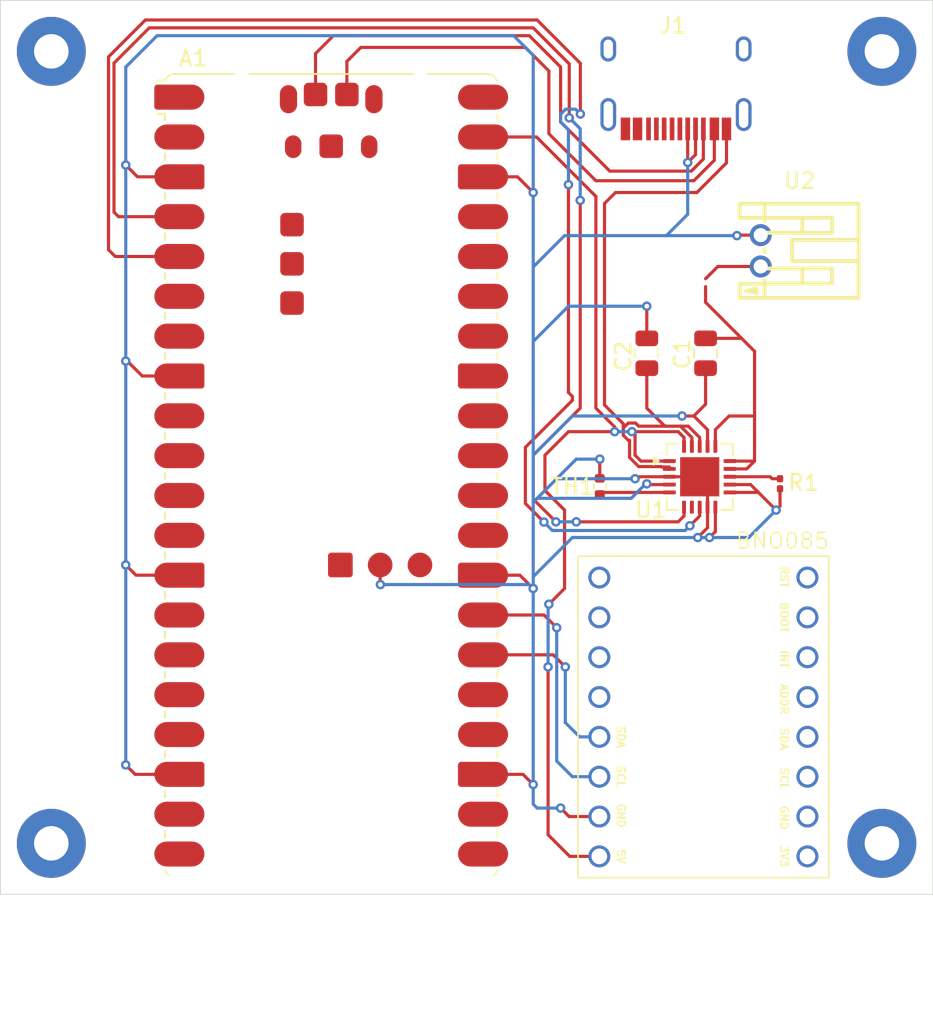
<source format=kicad_pcb>
(kicad_pcb (version 20241229) (generator "pcbnew") (generator_version "9.0")
  (layers (0 "F.Cu" signal) (2 "B.Cu" signal) (13 "F.Paste" user) (15 "B.Paste" user) (5 "F.SilkS" user "F.Silkscreen") (7 "B.SilkS" user "B.Silkscreen") (1 "F.Mask" user) (3 "B.Mask" user) (25 "Edge.Cuts" user))
  (net 0 "")
  (net 2 "Net-(A1-GPIO3)")
  (net 13 "Net-(A1-USB_DM)")
  (net 20 "Net-(A1-GPIO20)")
  (net 33 "Net-(A1-VSYS)")
  (net 37 "Net-(A1-USB_DP)")
  (net 38 "Net-(A1-GPIO2)")
  (net 40 "Net-(J1-VBUS)")
  (net 41 "Net-(U1-PROG1)")
  (net 42 "Net-(U1-THERM)")
  (net 44 "+5V")
  (net 53 "GND")
  (net 55 "Net-(A1-GPIO21)")
  (net 56 "Net-(U1-V_{BAT_SENSE})")
  (footprint "Project_Footprints:HRO-TYPE-C-31-M-12" (layer "F.Cu") (at 145.11 61.5 180)
    (property "Reference" "J1" (at 0.18 -1.1 0) (layer "F.SilkS"))
    (property "Value" "USB_C")
    (pad "" np_thru_hole circle (at -2.89 -6.25 180) (size 0.65 0.65) (drill 0.65) (layers "*.Cu" "*.Mask"))
    (pad "" np_thru_hole circle (at 2.89 -6.25 180) (size 0.65 0.65) (drill 0.65) (layers "*.Cu" "*.Mask"))
    (pad "1" smd rect (at -3.225 -7.695 180) (size 0.6 1.45) (layers "F.Cu" "F.Mask" "F.Paste") (net 40 "Net-(J1-VBUS)"))
    (pad "2" smd rect (at -2.45 -7.695 180) (size 0.6 1.45) (layers "F.Cu" "F.Mask" "F.Paste") (net 13 "Net-(A1-USB_DM)"))
    (pad "3" smd rect (at -1.75 -7.695 180) (size 0.3 1.45) (layers "F.Cu" "F.Mask" "F.Paste") (net 37 "Net-(A1-USB_DP)"))
    (pad "4" smd rect (at -1.25 -7.695 180) (size 0.3 1.45) (layers "F.Cu" "F.Mask" "F.Paste") (net 53 "GND"))
    (pad "5" smd rect (at -0.75 -7.695 180) (size 0.3 1.45) (layers "F.Cu" "F.Mask" "F.Paste") (net 53 "GND"))
    (pad "6" smd rect (at -0.25 -7.695 180) (size 0.3 1.45) (layers "F.Cu" "F.Mask" "F.Paste"))
    (pad "7" smd rect (at 0.25 -7.695 180) (size 0.3 1.45) (layers "F.Cu" "F.Mask" "F.Paste"))
    (pad "8" smd rect (at 0.75 -7.695 180) (size 0.3 1.45) (layers "F.Cu" "F.Mask" "F.Paste"))
    (pad "9" smd rect (at 1.25 -7.695 180) (size 0.3 1.45) (layers "F.Cu" "F.Mask" "F.Paste"))
    (pad "10" smd rect (at 1.75 -7.695 180) (size 0.3 1.45) (layers "F.Cu" "F.Mask" "F.Paste"))
    (pad "11" smd rect (at 2.45 -7.695 180) (size 0.6 1.45) (layers "F.Cu" "F.Mask" "F.Paste"))
    (pad "12" smd rect (at 3.225 -7.695 180) (size 0.6 1.45) (layers "F.Cu" "F.Mask" "F.Paste"))
    (pad "13" thru_hole oval (at -4.32 -6.78 180) (size 1 2.1) (drill oval 0.6 1.7) (layers "*.Cu" "B.Mask"))
    (pad "13" thru_hole oval (at -4.32 -2.6 180) (size 1 1.6) (drill oval 0.6 1.2) (layers "*.Cu" "B.Mask"))
    (pad "13" thru_hole oval (at 4.32 -6.78 180) (size 1 2.1) (drill oval 0.6 1.7) (layers "*.Cu" "B.Mask"))
    (pad "13" thru_hole oval (at 4.32 -2.6 180) (size 1 1.6) (drill oval 0.6 1.2) (layers "*.Cu" "B.Mask"))
  )
  (footprint "Resistor_SMD:R_0402_1005Metric" (layer "F.Cu") (at 140.25 91.99 -90)
    (property "Reference" "TH1" (at 0.01 1.75 180) (layer "F.SilkS"))
    (property "Value" "10kΩ")
    (pad "1" smd roundrect (at -0.51 0 270) (size 0.54 0.64) (layers "F.Cu" "F.Mask" "F.Paste") (net 53 "GND"))
    (pad "2" smd roundrect (at 0.51 0 270) (size 0.54 0.64) (layers "F.Cu" "F.Mask" "F.Paste") (net 42 "Net-(U1-THERM)"))
  )
  (footprint "Project_Footprints:BNO085 Halley" (layer "F.Cu") (at 153.5 97.8 -90)
    (property "Reference" "BNO085_Halley1")
    (property "Value" "~")
    (fp_text user "INT" (at 4.572 1.778 270) (layer "F.SilkS") (effects (font (size 0.5 0.5) (thickness 0.1)) (justify left bottom)))
    (fp_text user "5V" (at 17.272 12.192 270) (layer "F.SilkS") (effects (font (size 0.5 0.5) (thickness 0.1)) (justify left bottom)))
    (fp_text user "BNO085" (at -1.76 4.64 0) (layer "F.SilkS") (effects (font (thickness 0.1)) (justify left bottom)))
    (fp_text user "GND" (at 14.351 12.192 270) (layer "F.SilkS") (effects (font (size 0.5 0.5) (thickness 0.1)) (justify left bottom)))
    (fp_text user "ADDR" (at 6.731 1.778 270) (layer "F.SilkS") (effects (font (size 0.5 0.5) (thickness 0.1)) (justify left bottom)))
    (fp_text user "BOOT" (at 1.524 1.778 270) (layer "F.SilkS") (effects (font (size 0.5 0.5) (thickness 0.1)) (justify left bottom)))
    (fp_text user "SDA" (at 9.525 1.778 270) (layer "F.SilkS") (effects (font (size 0.5 0.5) (thickness 0.1)) (justify left bottom)))
    (fp_text user "SCL" (at 12.065 1.778 270) (layer "F.SilkS") (effects (font (size 0.5 0.5) (thickness 0.1)) (justify left bottom)))
    (fp_text user "SDA" (at 9.398 12.192 270) (layer "F.SilkS") (effects (font (size 0.5 0.5) (thickness 0.1)) (justify left bottom)))
    (fp_text user "SCL" (at 11.938 12.192 270) (layer "F.SilkS") (effects (font (size 0.5 0.5) (thickness 0.1)) (justify left bottom)))
    (fp_text user "RST" (at -0.762 1.778 270) (layer "F.SilkS") (effects (font (size 0.5 0.5) (thickness 0.1)) (justify left bottom)))
    (fp_text user "3V3" (at 17.018 1.778 270) (layer "F.SilkS") (effects (font (size 0.5 0.5) (thickness 0.1)) (justify left bottom)))
    (fp_text user "GND" (at 14.478 1.778 270) (layer "F.SilkS") (effects (font (size 0.5 0.5) (thickness 0.1)) (justify left bottom)))
    (pad "1" thru_hole circle (at 0 0 270) (size 1.4 1.4) (drill 1) (layers "*.Cu" "*.Mask"))
    (pad "2" thru_hole circle (at 2.54 0 270) (size 1.4 1.4) (drill 1) (layers "*.Cu" "*.Mask"))
    (pad "3" thru_hole circle (at 5.08 0 270) (size 1.4 1.4) (drill 1) (layers "*.Cu" "*.Mask"))
    (pad "4" thru_hole circle (at 7.62 0 270) (size 1.4 1.4) (drill 1) (layers "*.Cu" "*.Mask"))
    (pad "5" thru_hole circle (at 10.16 0 270) (size 1.4 1.4) (drill 1) (layers "*.Cu" "*.Mask"))
    (pad "6" thru_hole circle (at 12.7 0 270) (size 1.4 1.4) (drill 1) (layers "*.Cu" "*.Mask"))
    (pad "7" thru_hole circle (at 15.24 0 270) (size 1.4 1.4) (drill 1) (layers "*.Cu" "*.Mask"))
    (pad "8" thru_hole circle (at 17.78 0 270) (size 1.4 1.4) (drill 1) (layers "*.Cu" "*.Mask"))
    (pad "9" thru_hole circle (at 0 13.28 270) (size 1.4 1.4) (drill 1) (layers "*.Cu" "*.Mask"))
    (pad "10" thru_hole circle (at 2.54 13.28 270) (size 1.4 1.4) (drill 1) (layers "*.Cu" "*.Mask"))
    (pad "11" thru_hole circle (at 5.08 13.28 270) (size 1.4 1.4) (drill 1) (layers "*.Cu" "*.Mask"))
    (pad "12" thru_hole circle (at 7.62 13.28 270) (size 1.4 1.4) (drill 1) (layers "*.Cu" "*.Mask"))
    (pad "13" thru_hole circle (at 10.16 13.28 270) (size 1.4 1.4) (drill 1) (layers "*.Cu" "*.Mask") (net 20 "Net-(A1-GPIO20)"))
    (pad "14" thru_hole circle (at 12.7 13.28 270) (size 1.4 1.4) (drill 1) (layers "*.Cu" "*.Mask") (net 55 "Net-(A1-GPIO21)"))
    (pad "15" thru_hole circle (at 15.24 13.28 270) (size 1.4 1.4) (drill 1) (layers "*.Cu" "*.Mask") (net 53 "GND"))
    (pad "16" thru_hole circle (at 17.78 13.28 270) (size 1.4 1.4) (drill 1) (layers "*.Cu" "*.Mask") (net 33 "Net-(A1-VSYS)"))
  )
  (footprint "Resistor_SMD:R_0201_0603Metric" (layer "F.Cu") (at 151.75 91.82 90)
    (property "Reference" "R1" (at 0.07 1.5 180) (layer "F.SilkS"))
    (property "Value" "2K")
    (pad "1" smd roundrect (at -0.32 0 90) (size 0.46 0.4) (layers "F.Cu" "F.Mask") (net 53 "GND"))
    (pad "2" smd roundrect (at 0.32 0 90) (size 0.46 0.4) (layers "F.Cu" "F.Mask") (net 41 "Net-(U1-PROG1)"))
  )
  (footprint "Capacitor_SMD:C_0805_2012Metric" (layer "F.Cu") (at 147 83.5 -90)
    (property "Reference" "C1" (at 0.05 1.5 90) (layer "F.SilkS"))
    (property "Value" "4.7uF")
    (pad "1" smd roundrect (at -0.95 0 270) (size 1 1.45) (layers "F.Cu" "F.Mask" "F.Paste") (net 44 "+5V"))
    (pad "2" smd roundrect (at 0.95 0 270) (size 1 1.45) (layers "F.Cu" "F.Mask" "F.Paste") (net 53 "GND"))
  )
  (footprint "MountingHole:MountingHole_2.2mm_M2_Pad_TopBottom" (layer "F.Cu") (at 158.25 64.25)
    (property "Reference" "REF**" (hide yes))
    (property "Value" "MountingHole_2.2mm_M2_Pad_TopBottom" (hide yes))
    (pad "1" thru_hole circle (at 0 0) (size 2.6 2.6) (drill 2.2) (layers "*.Cu" "*.Mask"))
    (pad "1" connect circle (at 0 0) (size 4.4 4.4) (layers "F.Cu" "F.Mask"))
    (pad "1" connect circle (at 0 0) (size 4.4 4.4) (layers "B.Cu" "B.Mask"))
  )
  (footprint "MountingHole:MountingHole_2.2mm_M2_Pad_TopBottom" (layer "F.Cu") (at 105.25 64.25)
    (property "Reference" "REF**" (hide yes))
    (property "Value" "MountingHole_2.2mm_M2_Pad_TopBottom" (hide yes))
    (pad "1" thru_hole circle (at 0 0) (size 2.6 2.6) (drill 2.2) (layers "*.Cu" "*.Mask"))
    (pad "1" connect circle (at 0 0) (size 4.4 4.4) (layers "F.Cu" "F.Mask"))
    (pad "1" connect circle (at 0 0) (size 4.4 4.4) (layers "B.Cu" "B.Mask"))
  )
  (footprint "Capacitor_SMD:C_0805_2012Metric" (layer "F.Cu") (at 143.25 83.5 -90)
    (property "Reference" "C2" (at 0.2 1.5 270) (layer "F.SilkS"))
    (property "Value" "10uF")
    (pad "1" smd roundrect (at -0.95 0 270) (size 1 1.45) (layers "F.Cu" "F.Mask" "F.Paste") (net 53 "GND"))
    (pad "2" smd roundrect (at 0.95 0 270) (size 1 1.45) (layers "F.Cu" "F.Mask" "F.Paste") (net 40 "Net-(J1-VBUS)"))
  )
  (footprint "MountingHole:MountingHole_2.2mm_M2_Pad_TopBottom" (layer "F.Cu") (at 105.25 114.75)
    (property "Reference" "REF**" (hide yes))
    (property "Value" "MountingHole_2.2mm_M2_Pad_TopBottom" (hide yes))
    (pad "1" thru_hole circle (at 0 0) (size 2.6 2.6) (drill 2.2) (layers "*.Cu" "*.Mask"))
    (pad "1" connect circle (at 0 0) (size 4.4 4.4) (layers "F.Cu" "F.Mask"))
    (pad "1" connect circle (at 0 0) (size 4.4 4.4) (layers "B.Cu" "B.Mask"))
  )
  (footprint "Package_DFN_QFN:QFN-20-1EP_4x4mm_P0.5mm_EP2.5x2.5mm" (layer "F.Cu") (at 146.625 91.375)
    (property "Reference" "U1" (at -3.125 2.125 0) (layer "F.SilkS"))
    (property "Value" "MCP73871")
    (pad "1" smd roundrect (at -1.9375 -1) (size 0.825 0.25) (layers "F.Cu" "F.Mask" "F.Paste") (net 33 "Net-(A1-VSYS)"))
    (pad "2" smd roundrect (at -1.9375 -0.5) (size 0.825 0.25) (layers "F.Cu" "F.Mask" "F.Paste") (net 40 "Net-(J1-VBUS)"))
    (pad "3" smd roundrect (at -1.9375 0) (size 0.825 0.25) (layers "F.Cu" "F.Mask" "F.Paste") (net 53 "GND"))
    (pad "4" smd roundrect (at -1.9375 0.5) (size 0.825 0.25) (layers "F.Cu" "F.Mask" "F.Paste") (net 53 "GND"))
    (pad "5" smd roundrect (at -1.9375 1) (size 0.825 0.25) (layers "F.Cu" "F.Mask" "F.Paste") (net 42 "Net-(U1-THERM)"))
    (pad "6" smd roundrect (at -1 1.9375) (size 0.25 0.825) (layers "F.Cu" "F.Mask" "F.Paste") (net 38 "Net-(A1-GPIO2)"))
    (pad "7" smd roundrect (at -0.5 1.9375) (size 0.25 0.825) (layers "F.Cu" "F.Mask" "F.Paste"))
    (pad "8" smd roundrect (at 0 1.9375) (size 0.25 0.825) (layers "F.Cu" "F.Mask" "F.Paste") (net 2 "Net-(A1-GPIO3)"))
    (pad "9" smd roundrect (at 0.5 1.9375) (size 0.25 0.825) (layers "F.Cu" "F.Mask" "F.Paste") (net 53 "GND"))
    (pad "10" smd roundrect (at 1 1.9375) (size 0.25 0.825) (layers "F.Cu" "F.Mask" "F.Paste") (net 53 "GND"))
    (pad "11" smd roundrect (at 1.9375 1) (size 0.825 0.25) (layers "F.Cu" "F.Mask" "F.Paste") (net 53 "GND"))
    (pad "12" smd roundrect (at 1.9375 0.5) (size 0.825 0.25) (layers "F.Cu" "F.Mask" "F.Paste") (net 53 "GND"))
    (pad "13" smd roundrect (at 1.9375 0) (size 0.825 0.25) (layers "F.Cu" "F.Mask" "F.Paste") (net 41 "Net-(U1-PROG1)"))
    (pad "14" smd roundrect (at 1.9375 -0.5) (size 0.825 0.25) (layers "F.Cu" "F.Mask" "F.Paste") (net 44 "+5V"))
    (pad "15" smd roundrect (at 1.9375 -1) (size 0.825 0.25) (layers "F.Cu" "F.Mask" "F.Paste") (net 44 "+5V"))
    (pad "16" smd roundrect (at 1 -1.9375) (size 0.25 0.825) (layers "F.Cu" "F.Mask" "F.Paste") (net 44 "+5V"))
    (pad "17" smd roundrect (at 0.5 -1.9375) (size 0.25 0.825) (layers "F.Cu" "F.Mask" "F.Paste") (net 53 "GND"))
    (pad "18" smd roundrect (at 0 -1.9375) (size 0.25 0.825) (layers "F.Cu" "F.Mask" "F.Paste") (net 40 "Net-(J1-VBUS)"))
    (pad "19" smd roundrect (at -0.5 -1.9375) (size 0.25 0.825) (layers "F.Cu" "F.Mask" "F.Paste") (net 40 "Net-(J1-VBUS)"))
    (pad "20" smd roundrect (at -1 -1.9375) (size 0.25 0.825) (layers "F.Cu" "F.Mask" "F.Paste") (net 33 "Net-(A1-VSYS)"))
    (pad "21" smd rect (at 0 0) (size 2.5 2.5) (property pad_prop_heatsink) (layers "F.Cu" "F.Mask") (net 53 "GND"))
  )
  (footprint "PCM_JLCPCB_Connectors:CONN-TH_S2B-PH-K-S-GW" (layer "F.Cu") (at 150.5175 76.9675 -90)
    (property "Reference" "U2" (at -4.4675 -2.4825 180) (layer "F.SilkS"))
    (property "Value" "S2B-PH-K-S-GW")
    (pad "1" thru_hole circle (at 1 0 270) (size 1.4 1.4) (drill 0.900024) (layers "*.Cu" "*.Mask") (net 56 "Net-(U1-V_{BAT_SENSE})"))
    (pad "2" thru_hole circle (at -1 0 270) (size 1.4 1.4) (drill 0.900024) (layers "*.Cu" "*.Mask") (net 53 "GND"))
  )
  (footprint "MountingHole:MountingHole_2.2mm_M2_Pad_TopBottom" (layer "F.Cu") (at 158.25 114.75)
    (property "Reference" "REF**" (hide yes))
    (property "Value" "MountingHole_2.2mm_M2_Pad_TopBottom" (hide yes))
    (pad "1" thru_hole circle (at 0 0) (size 2.6 2.6) (drill 2.2) (layers "*.Cu" "*.Mask"))
    (pad "1" connect circle (at 0 0) (size 4.4 4.4) (layers "F.Cu" "F.Mask"))
    (pad "1" connect circle (at 0 0) (size 4.4 4.4) (layers "B.Cu" "B.Mask"))
  )
  (footprint "Module:RaspberryPi_Pico_W_SMD" (layer "F.Cu") (at 123.11 91.3)
    (property "Reference" "A1" (at -9.81 -26.61 0) (layer "F.SilkS") (effects (justify left)))
    (property "Value" "RaspberryPi_Pico_W")
    (pad "" smd rect (at -8.89 -24.13) (size 3.8 2.2) (drill (offset -0.8 0)) (layers "F.Paste"))
    (pad "" smd rect (at -8.89 -21.59) (size 3.8 2.2) (drill (offset -0.8 0)) (layers "F.Paste"))
    (pad "" smd rect (at -8.89 -19.05) (size 3.8 2.2) (drill (offset -0.8 0)) (layers "F.Paste"))
    (pad "" smd rect (at -8.89 -16.51) (size 3.8 2.2) (drill (offset -0.8 0)) (layers "F.Paste"))
    (pad "" smd rect (at -8.89 -13.97) (size 3.8 2.2) (drill (offset -0.8 0)) (layers "F.Paste"))
    (pad "" smd rect (at -8.89 -11.43) (size 3.8 2.2) (drill (offset -0.8 0)) (layers "F.Paste"))
    (pad "" smd rect (at -8.89 -8.89) (size 3.8 2.2) (drill (offset -0.8 0)) (layers "F.Paste"))
    (pad "" smd rect (at -8.89 -6.35) (size 3.8 2.2) (drill (offset -0.8 0)) (layers "F.Paste"))
    (pad "" smd rect (at -8.89 -3.81) (size 3.8 2.2) (drill (offset -0.8 0)) (layers "F.Paste"))
    (pad "" smd rect (at -8.89 -1.27) (size 3.8 2.2) (drill (offset -0.8 0)) (layers "F.Paste"))
    (pad "" smd rect (at -8.89 1.27) (size 3.8 2.2) (drill (offset -0.8 0)) (layers "F.Paste"))
    (pad "" smd rect (at -8.89 3.81) (size 3.8 2.2) (drill (offset -0.8 0)) (layers "F.Paste"))
    (pad "" smd rect (at -8.89 6.35) (size 3.8 2.2) (drill (offset -0.8 0)) (layers "F.Paste"))
    (pad "" smd rect (at -8.89 8.89) (size 3.8 2.2) (drill (offset -0.8 0)) (layers "F.Paste"))
    (pad "" smd rect (at -8.89 11.43) (size 3.8 2.2) (drill (offset -0.8 0)) (layers "F.Paste"))
    (pad "" smd rect (at -8.89 13.97) (size 3.8 2.2) (drill (offset -0.8 0)) (layers "F.Paste"))
    (pad "" smd rect (at -8.89 16.51) (size 3.8 2.2) (drill (offset -0.8 0)) (layers "F.Paste"))
    (pad "" smd rect (at -8.89 19.05) (size 3.8 2.2) (drill (offset -0.8 0)) (layers "F.Paste"))
    (pad "" smd rect (at -8.89 21.59) (size 3.8 2.2) (drill (offset -0.8 0)) (layers "F.Paste"))
    (pad "" smd rect (at -8.89 24.13) (size 3.8 2.2) (drill (offset -0.8 0)) (layers "F.Paste"))
    (pad "" smd oval (at -2.725 -24) (size 1.1 1.8) (layers "F.Cu" "F.Mask" "F.Paste"))
    (pad "" smd oval (at -2.425 -20.97) (size 1.05 1.45) (layers "F.Cu" "F.Mask" "F.Paste"))
    (pad "" smd oval (at 2.425 -20.97) (size 1.05 1.45) (layers "F.Cu" "F.Mask" "F.Paste"))
    (pad "" smd oval (at 2.725 -24) (size 1.1 1.8) (layers "F.Cu" "F.Mask" "F.Paste"))
    (pad "" smd rect (at 8.89 -24.13) (size 3.8 2.2) (drill (offset 0.8 0)) (layers "F.Paste"))
    (pad "" smd rect (at 8.89 -21.59) (size 3.8 2.2) (drill (offset 0.8 0)) (layers "F.Paste"))
    (pad "" smd rect (at 8.89 -19.05) (size 3.8 2.2) (drill (offset 0.8 0)) (layers "F.Paste"))
    (pad "" smd rect (at 8.89 -16.51) (size 3.8 2.2) (drill (offset 0.8 0)) (layers "F.Paste"))
    (pad "" smd rect (at 8.89 -13.97) (size 3.8 2.2) (drill (offset 0.8 0)) (layers "F.Paste"))
    (pad "" smd rect (at 8.89 -11.43) (size 3.8 2.2) (drill (offset 0.8 0)) (layers "F.Paste"))
    (pad "" smd rect (at 8.89 -8.89) (size 3.8 2.2) (drill (offset 0.8 0)) (layers "F.Paste"))
    (pad "" smd rect (at 8.89 -6.35) (size 3.8 2.2) (drill (offset 0.8 0)) (layers "F.Paste"))
    (pad "" smd rect (at 8.89 -3.81) (size 3.8 2.2) (drill (offset 0.8 0)) (layers "F.Paste"))
    (pad "" smd rect (at 8.89 -1.27) (size 3.8 2.2) (drill (offset 0.8 0)) (layers "F.Paste"))
    (pad "" smd rect (at 8.89 1.27) (size 3.8 2.2) (drill (offset 0.8 0)) (layers "F.Paste"))
    (pad "" smd rect (at 8.89 3.81) (size 3.8 2.2) (drill (offset 0.8 0)) (layers "F.Paste"))
    (pad "" smd rect (at 8.89 6.35) (size 3.8 2.2) (drill (offset 0.8 0)) (layers "F.Paste"))
    (pad "" smd rect (at 8.89 8.89) (size 3.8 2.2) (drill (offset 0.8 0)) (layers "F.Paste"))
    (pad "" smd rect (at 8.89 11.43) (size 3.8 2.2) (drill (offset 0.8 0)) (layers "F.Paste"))
    (pad "" smd rect (at 8.89 13.97) (size 3.8 2.2) (drill (offset 0.8 0)) (layers "F.Paste"))
    (pad "" smd rect (at 8.89 16.51) (size 3.8 2.2) (drill (offset 0.8 0)) (layers "F.Paste"))
    (pad "" smd rect (at 8.89 19.05) (size 3.8 2.2) (drill (offset 0.8 0)) (layers "F.Paste"))
    (pad "" smd rect (at 8.89 21.59) (size 3.8 2.2) (drill (offset 0.8 0)) (layers "F.Paste"))
    (pad "" smd rect (at 8.89 24.13) (size 3.8 2.2) (drill (offset 0.8 0)) (layers "F.Paste"))
    (pad "1" smd custom (at -9.69 -24.13) (size 1.6 0.8) (layers "F.Cu" "F.Mask") (options (clearance outline) (anchor rect)) (primitives (gr_circle (center 0.8 0) (end 1.6 0) (width 0) (fill yes)) (gr_poly (pts (xy -1.6 -0.6) (xy -1.6 0.6) (xy -1.4 0.8) (xy 0.8 0.8) (xy 0.8 -0.8) (xy -1.4 -0.8)) (width 0) (fill yes)) (gr_circle (center -1.4 -0.6) (end -1.2 -0.6) (width 0) (fill yes)) (gr_circle (center -1.4 0.6) (end -1.2 0.6) (width 0) (fill yes))))
    (pad "2" smd roundrect (at -9.69 -21.59) (size 3.2 1.6) (layers "F.Cu" "F.Mask") (roundrect_rratio 0.5))
    (pad "3" smd custom (at -9.69 -19.05) (size 1.6 0.8) (layers "F.Cu" "F.Mask") (net 53 "GND") (options (clearance outline) (anchor rect)) (primitives (gr_circle (center -0.8 0) (end 0 0) (width 0) (fill yes)) (gr_poly (pts (xy 1.6 -0.6) (xy 1.6 0.6) (xy 1.4 0.8) (xy -0.8 0.8) (xy -0.8 -0.8) (xy 1.4 -0.8)) (width 0) (fill yes)) (gr_circle (center 1.4 -0.6) (end 1.6 -0.6) (width 0) (fill yes)) (gr_circle (center 1.4 0.6) (end 1.6 0.6) (width 0) (fill yes))))
    (pad "4" smd roundrect (at -9.69 -16.51) (size 3.2 1.6) (layers "F.Cu" "F.Mask") (roundrect_rratio 0.5) (net 38 "Net-(A1-GPIO2)"))
    (pad "5" smd roundrect (at -9.69 -13.97) (size 3.2 1.6) (layers "F.Cu" "F.Mask") (roundrect_rratio 0.5) (net 2 "Net-(A1-GPIO3)"))
    (pad "6" smd roundrect (at -9.69 -11.43) (size 3.2 1.6) (layers "F.Cu" "F.Mask") (roundrect_rratio 0.5))
    (pad "7" smd roundrect (at -9.69 -8.89) (size 3.2 1.6) (layers "F.Cu" "F.Mask") (roundrect_rratio 0.5))
    (pad "8" smd custom (at -9.69 -6.35) (size 1.6 0.8) (layers "F.Cu" "F.Mask") (net 53 "GND") (options (clearance outline) (anchor rect)) (primitives (gr_circle (center -0.8 0) (end 0 0) (width 0) (fill yes)) (gr_poly (pts (xy 1.6 -0.6) (xy 1.6 0.6) (xy 1.4 0.8) (xy -0.8 0.8) (xy -0.8 -0.8) (xy 1.4 -0.8)) (width 0) (fill yes)) (gr_circle (center 1.4 -0.6) (end 1.6 -0.6) (width 0) (fill yes)) (gr_circle (center 1.4 0.6) (end 1.6 0.6) (width 0) (fill yes))))
    (pad "9" smd roundrect (at -9.69 -3.81) (size 3.2 1.6) (layers "F.Cu" "F.Mask") (roundrect_rratio 0.5))
    (pad "10" smd roundrect (at -9.69 -1.27) (size 3.2 1.6) (layers "F.Cu" "F.Mask") (roundrect_rratio 0.5))
    (pad "11" smd roundrect (at -9.69 1.27) (size 3.2 1.6) (layers "F.Cu" "F.Mask") (roundrect_rratio 0.5))
    (pad "12" smd roundrect (at -9.69 3.81) (size 3.2 1.6) (layers "F.Cu" "F.Mask") (roundrect_rratio 0.5))
    (pad "13" smd custom (at -9.69 6.35) (size 1.6 0.8) (layers "F.Cu" "F.Mask") (net 53 "GND") (options (clearance outline) (anchor rect)) (primitives (gr_circle (center -0.8 0) (end 0 0) (width 0) (fill yes)) (gr_poly (pts (xy 1.6 -0.6) (xy 1.6 0.6) (xy 1.4 0.8) (xy -0.8 0.8) (xy -0.8 -0.8) (xy 1.4 -0.8)) (width 0) (fill yes)) (gr_circle (center 1.4 -0.6) (end 1.6 -0.6) (width 0) (fill yes)) (gr_circle (center 1.4 0.6) (end 1.6 0.6) (width 0) (fill yes))))
    (pad "14" smd roundrect (at -9.69 8.89) (size 3.2 1.6) (layers "F.Cu" "F.Mask") (roundrect_rratio 0.5))
    (pad "15" smd roundrect (at -9.69 11.43) (size 3.2 1.6) (layers "F.Cu" "F.Mask") (roundrect_rratio 0.5))
    (pad "16" smd roundrect (at -9.69 13.97) (size 3.2 1.6) (layers "F.Cu" "F.Mask") (roundrect_rratio 0.5))
    (pad "17" smd roundrect (at -9.69 16.51) (size 3.2 1.6) (layers "F.Cu" "F.Mask") (roundrect_rratio 0.5))
    (pad "18" smd custom (at -9.69 19.05) (size 1.6 0.8) (layers "F.Cu" "F.Mask") (net 53 "GND") (options (clearance outline) (anchor rect)) (primitives (gr_circle (center -0.8 0) (end 0 0) (width 0) (fill yes)) (gr_poly (pts (xy 1.6 -0.6) (xy 1.6 0.6) (xy 1.4 0.8) (xy -0.8 0.8) (xy -0.8 -0.8) (xy 1.4 -0.8)) (width 0) (fill yes)) (gr_circle (center 1.4 -0.6) (end 1.6 -0.6) (width 0) (fill yes)) (gr_circle (center 1.4 0.6) (end 1.6 0.6) (width 0) (fill yes))))
    (pad "19" smd roundrect (at -9.69 21.59) (size 3.2 1.6) (layers "F.Cu" "F.Mask") (roundrect_rratio 0.5))
    (pad "20" smd roundrect (at -9.69 24.13) (size 3.2 1.6) (layers "F.Cu" "F.Mask") (roundrect_rratio 0.5))
    (pad "21" smd roundrect (at 9.69 24.13) (size 3.2 1.6) (layers "F.Cu" "F.Mask") (roundrect_rratio 0.5))
    (pad "22" smd roundrect (at 9.69 21.59) (size 3.2 1.6) (layers "F.Cu" "F.Mask") (roundrect_rratio 0.5))
    (pad "23" smd custom (at 9.69 19.05) (size 1.6 0.8) (layers "F.Cu" "F.Mask") (net 53 "GND") (options (clearance outline) (anchor rect)) (primitives (gr_circle (center 0.8 0) (end 1.6 0) (width 0) (fill yes)) (gr_poly (pts (xy -1.6 -0.6) (xy -1.6 0.6) (xy -1.4 0.8) (xy 0.8 0.8) (xy 0.8 -0.8) (xy -1.4 -0.8)) (width 0) (fill yes)) (gr_circle (center -1.4 -0.6) (end -1.2 -0.6) (width 0) (fill yes)) (gr_circle (center -1.4 0.6) (end -1.2 0.6) (width 0) (fill yes))))
    (pad "24" smd roundrect (at 9.69 16.51) (size 3.2 1.6) (layers "F.Cu" "F.Mask") (roundrect_rratio 0.5))
    (pad "25" smd roundrect (at 9.69 13.97) (size 3.2 1.6) (layers "F.Cu" "F.Mask") (roundrect_rratio 0.5))
    (pad "26" smd roundrect (at 9.69 11.43) (size 3.2 1.6) (layers "F.Cu" "F.Mask") (roundrect_rratio 0.5) (net 20 "Net-(A1-GPIO20)") (padstack (mode front_inner_back) (layer "Inner" (shape roundrect) (size 3.2 1.6) (roundrect_rratio 0.5)) (layer "B.Cu" (shape roundrect) (size 3.2 1.6) (roundrect_rratio 0.5))))
    (pad "27" smd roundrect (at 9.69 8.89) (size 3.2 1.6) (layers "F.Cu" "F.Mask") (roundrect_rratio 0.5) (net 55 "Net-(A1-GPIO21)"))
    (pad "28" smd custom (at 9.69 6.35) (size 1.6 0.8) (layers "F.Cu" "F.Mask") (net 53 "GND") (options (clearance outline) (anchor rect)) (primitives (gr_circle (center 0.8 0) (end 1.6 0) (width 0) (fill yes)) (gr_poly (pts (xy -1.6 -0.6) (xy -1.6 0.6) (xy -1.4 0.8) (xy 0.8 0.8) (xy 0.8 -0.8) (xy -1.4 -0.8)) (width 0) (fill yes)) (gr_circle (center -1.4 -0.6) (end -1.2 -0.6) (width 0) (fill yes)) (gr_circle (center -1.4 0.6) (end -1.2 0.6) (width 0) (fill yes))))
    (pad "29" smd roundrect (at 9.69 3.81) (size 3.2 1.6) (layers "F.Cu" "F.Mask") (roundrect_rratio 0.5))
    (pad "30" smd roundrect (at 9.69 1.27) (size 3.2 1.6) (layers "F.Cu" "F.Mask") (roundrect_rratio 0.5))
    (pad "31" smd roundrect (at 9.69 -1.27) (size 3.2 1.6) (layers "F.Cu" "F.Mask") (roundrect_rratio 0.5))
    (pad "32" smd roundrect (at 9.69 -3.81) (size 3.2 1.6) (layers "F.Cu" "F.Mask") (roundrect_rratio 0.5))
    (pad "33" smd custom (at 9.69 -6.35) (size 1.6 0.8) (layers "F.Cu" "F.Mask") (options (clearance outline) (anchor rect)) (primitives (gr_circle (center 0.8 0) (end 1.6 0) (width 0) (fill yes)) (gr_poly (pts (xy -1.6 -0.6) (xy -1.6 0.6) (xy -1.4 0.8) (xy 0.8 0.8) (xy 0.8 -0.8) (xy -1.4 -0.8)) (width 0) (fill yes)) (gr_circle (center -1.4 -0.6) (end -1.2 -0.6) (width 0) (fill yes)) (gr_circle (center -1.4 0.6) (end -1.2 0.6) (width 0) (fill yes))))
    (pad "34" smd roundrect (at 9.69 -8.89) (size 3.2 1.6) (layers "F.Cu" "F.Mask") (roundrect_rratio 0.5))
    (pad "35" smd roundrect (at 9.69 -11.43) (size 3.2 1.6) (layers "F.Cu" "F.Mask") (roundrect_rratio 0.5))
    (pad "36" smd roundrect (at 9.69 -13.97) (size 3.2 1.6) (layers "F.Cu" "F.Mask") (roundrect_rratio 0.5))
    (pad "37" smd roundrect (at 9.69 -16.51) (size 3.2 1.6) (layers "F.Cu" "F.Mask") (roundrect_rratio 0.5))
    (pad "38" smd custom (at 9.69 -19.05) (size 1.6 0.8) (layers "F.Cu" "F.Mask") (net 53 "GND") (options (clearance outline) (anchor rect)) (primitives (gr_circle (center 0.8 0) (end 1.6 0) (width 0) (fill yes)) (gr_poly (pts (xy -1.6 -0.6) (xy -1.6 0.6) (xy -1.4 0.8) (xy 0.8 0.8) (xy 0.8 -0.8) (xy -1.4 -0.8)) (width 0) (fill yes)) (gr_circle (center -1.4 -0.6) (end -1.2 -0.6) (width 0) (fill yes)) (gr_circle (center -1.4 0.6) (end -1.2 0.6) (width 0) (fill yes))))
    (pad "39" smd roundrect (at 9.69 -21.59) (size 3.2 1.6) (layers "F.Cu" "F.Mask") (roundrect_rratio 0.5) (net 33 "Net-(A1-VSYS)"))
    (pad "40" smd roundrect (at 9.69 -24.13) (size 3.2 1.6) (layers "F.Cu" "F.Mask") (roundrect_rratio 0.5))
    (pad "D1" smd roundrect (at 0.5841 5.7) (size 1.5748 1.5748) (layers "F.Cu" "F.Mask" "F.Paste") (roundrect_rratio 0.127000254))
    (pad "D2" smd circle (at 3.1241 5.7) (size 1.5748 1.5748) (layers "F.Cu" "F.Mask" "F.Paste") (net 53 "GND"))
    (pad "D3" smd circle (at 5.6641 5.7) (size 1.5748 1.5748) (layers "F.Cu" "F.Mask" "F.Paste"))
    (pad "TP1" smd roundrect (at 0 -21) (size 1.5 1.5) (layers "F.Cu" "F.Mask" "F.Paste") (roundrect_rratio 0.2))
    (pad "TP2" smd roundrect (at 1 -24.3) (size 1.5 1.5) (layers "F.Cu" "F.Mask" "F.Paste") (roundrect_rratio 0.2) (net 13 "Net-(A1-USB_DM)"))
    (pad "TP3" smd roundrect (at -1 -24.3) (size 1.5 1.5) (layers "F.Cu" "F.Mask" "F.Paste") (roundrect_rratio 0.2) (net 37 "Net-(A1-USB_DP)"))
    (pad "TP4" smd roundrect (at -2.5 -16) (size 1.5 1.5) (layers "F.Cu" "F.Mask" "F.Paste") (roundrect_rratio 0.2))
    (pad "TP5" smd roundrect (at -2.5 -13.5) (size 1.5 1.5) (layers "F.Cu" "F.Mask" "F.Paste") (roundrect_rratio 0.2))
    (pad "TP6" smd roundrect (at -2.5 -11) (size 1.5 1.5) (layers "F.Cu" "F.Mask" "F.Paste") (roundrect_rratio 0.2))
  )
  (gr_rect (start 102 61) (end 161.5 118) (stroke (width 0.05)) (fill no) (layer "Edge.Cuts"))
  (segment (start 109.33 77.33) (end 113.42 77.33) (width 0.2) (layer "F.Cu") (net 2))
  (segment (start 108.899 64.601) (end 108.899 76.899) (width 0.2) (layer "F.Cu") (net 2))
  (segment (start 139.01067 68.246401) (end 139.01067 65.01067) (width 0.2) (layer "F.Cu") (net 2))
  (segment (start 139.01067 65.01067) (end 136.25 62.25) (width 0.2) (layer "F.Cu") (net 2))
  (segment (start 138.5 86.5) (end 138.5 86.25) (width 0.2) (layer "F.Cu") (net 2))
  (segment (start 146.625 93.3125) (end 146.625 93.875) (width 0.2) (layer "F.Cu") (net 2))
  (segment (start 136.686089 94.263908) (end 135.5 93.077819) (width 0.2) (layer "F.Cu") (net 2))
  (segment (start 136.25 62.25) (end 111.25 62.25) (width 0.2) (layer "F.Cu") (net 2))
  (segment (start 146.625 93.875) (end 146 94.5) (width 0.2) (layer "F.Cu") (net 2))
  (segment (start 138.25 86) (end 138.25 72.75) (width 0.2) (layer "F.Cu") (net 2))
  (segment (start 108.899 76.899) (end 109.33 77.33) (width 0.2) (layer "F.Cu") (net 2))
  (segment (start 135.5 89.5) (end 138.25 86.75) (width 0.2) (layer "F.Cu") (net 2))
  (segment (start 135.5 90) (end 135.5 89.5) (width 0.2) (layer "F.Cu") (net 2))
  (segment (start 138.25 86.75) (end 138.5 86.5) (width 0.2) (layer "F.Cu") (net 2))
  (segment (start 138.5 86.25) (end 138.25 86) (width 0.2) (layer "F.Cu") (net 2))
  (segment (start 135.5 93.077819) (end 135.5 90) (width 0.2) (layer "F.Cu") (net 2))
  (segment (start 111.25 62.25) (end 108.899 64.601) (width 0.2) (layer "F.Cu") (net 2))
  (via (at 138.25 72.75) (size 0.6) (drill 0.3) (layers "F.Cu" "B.Cu") (net 2))
  (via (at 146 94.5) (size 0.6) (drill 0.3) (layers "F.Cu" "B.Cu") (net 2))
  (via (at 139.01067 68.246401) (size 0.6) (drill 0.3) (layers "F.Cu" "B.Cu") (net 2))
  (via (at 136.686089 94.263908) (size 0.6) (drill 0.3) (layers "F.Cu" "B.Cu") (net 2))
  (segment (start 137.75 68.75) (end 137.75 68.256859) (width 0.2) (layer "B.Cu") (net 2))
  (segment (start 137.223181 94.801) (end 136.686089 94.263908) (width 0.2) (layer "B.Cu") (net 2))
  (segment (start 138.69936 67.935091) (end 139.01067 68.246401) (width 0.2) (layer "B.Cu") (net 2))
  (segment (start 138.25 72.75) (end 138.25 69.25) (width 0.2) (layer "B.Cu") (net 2))
  (segment (start 138.071768 67.935091) (end 138.69936 67.935091) (width 0.2) (layer "B.Cu") (net 2))
  (segment (start 146 94.5) (end 145.699 94.801) (width 0.2) (layer "B.Cu") (net 2))
  (segment (start 145.699 94.801) (end 137.223181 94.801) (width 0.2) (layer "B.Cu") (net 2))
  (segment (start 138.25 69.25) (end 137.75 68.75) (width 0.2) (layer "B.Cu") (net 2))
  (segment (start 137.75 68.256859) (end 138.071768 67.935091) (width 0.2) (layer "B.Cu") (net 2))
  (segment (start 140 72.5) (end 137 69.5) (width 0.2) (layer "F.Cu") (net 13))
  (segment (start 147.56 71.19) (end 146.25 72.5) (width 0.2) (layer "F.Cu") (net 13))
  (segment (start 135.5 64) (end 125 64) (width 0.2) (layer "F.Cu") (net 13))
  (segment (start 124.11 64.89) (end 124.11 67) (width 0.2) (layer "F.Cu") (net 13))
  (segment (start 137 65.5) (end 135.5 64) (width 0.2) (layer "F.Cu") (net 13))
  (segment (start 147.56 69.195) (end 147.56 71.19) (width 0.2) (layer "F.Cu") (net 13))
  (segment (start 146.25 72.5) (end 140 72.5) (width 0.2) (layer "F.Cu") (net 13))
  (segment (start 125 64) (end 124.11 64.89) (width 0.2) (layer "F.Cu") (net 13))
  (segment (start 137 69.5) (end 137 65.5) (width 0.2) (layer "F.Cu") (net 13))
  (segment (start 137.28 102.73) (end 138.05 103.5) (width 0.2) (layer "F.Cu") (net 20))
  (segment (start 132.8 102.73) (end 137.28 102.73) (width 0.2) (layer "F.Cu") (net 20))
  (segment (start 132.2959 102.54) (end 132.1059 102.73) (width 0.2) (layer "F.Cu") (net 20))
  (via (at 138.05 103.5) (size 0.6) (drill 0.3) (layers "F.Cu" "B.Cu") (net 20))
  (segment (start 138.05 107.05) (end 138.96 107.96) (width 0.2) (layer "B.Cu") (net 20))
  (segment (start 138.96 107.96) (end 140.22 107.96) (width 0.2) (layer "B.Cu") (net 20))
  (segment (start 138.05 103.5) (end 138.05 107.05) (width 0.2) (layer "B.Cu") (net 20))
  (segment (start 132.2959 69.52) (end 132.1059 69.71) (width 0.2) (layer "F.Cu") (net 33))
  (segment (start 141.199 88.199) (end 141.199 88.500534) (width 0.2) (layer "F.Cu") (net 33))
  (segment (start 142.5 90) (end 142.5 88.7) (width 0.2) (layer "F.Cu") (net 33))
  (segment (start 137 99.5) (end 138 98.5) (width 0.2) (layer "F.Cu") (net 33))
  (segment (start 136.75 90) (end 138.25 88.5) (width 0.2) (layer "F.Cu") (net 33))
  (segment (start 136.21 69.71) (end 132.8 69.71) (width 0.2) (layer "F.Cu") (net 33))
  (segment (start 145.625 89.4375) (end 145.625 88.875) (width 0.2) (layer "F.Cu") (net 33))
  (segment (start 142.5 88.7) (end 142.3 88.5) (width 0.2) (layer "F.Cu") (net 33))
  (segment (start 138 93.5) (end 136.75 92.25) (width 0.2) (layer "F.Cu") (net 33))
  (segment (start 145.25 88.5) (end 142.3 88.5) (width 0.2) (layer "F.Cu") (net 33))
  (segment (start 138 98.5) (end 138 93.5) (width 0.2) (layer "F.Cu") (net 33))
  (segment (start 140.22 115.58) (end 138.33 115.58) (width 0.2) (layer "F.Cu") (net 33))
  (segment (start 136.75 92.25) (end 136.75 90) (width 0.2) (layer "F.Cu") (net 33))
  (segment (start 140 87) (end 140 73.5) (width 0.2) (layer "F.Cu") (net 33))
  (segment (start 145.625 88.875) (end 145.25 88.5) (width 0.2) (layer "F.Cu") (net 33))
  (segment (start 138.33 115.58) (end 136.95 114.2) (width 0.2) (layer "F.Cu") (net 33))
  (segment (start 136.95 114.2) (end 136.95 103.5) (width 0.2) (layer "F.Cu") (net 33))
  (segment (start 140 73.5) (end 136.21 69.71) (width 0.2) (layer "F.Cu") (net 33))
  (segment (start 141.198466 88.5) (end 141.199 88.500534) (width 0.2) (layer "F.Cu") (net 33))
  (segment (start 142.875 90.375) (end 142.5 90) (width 0.2) (layer "F.Cu") (net 33))
  (segment (start 138.25 88.5) (end 141.198466 88.5) (width 0.2) (layer "F.Cu") (net 33))
  (segment (start 144.6875 90.375) (end 142.875 90.375) (width 0.2) (layer "F.Cu") (net 33))
  (segment (start 140 87) (end 141.199 88.199) (width 0.2) (layer "F.Cu") (net 33))
  (via (at 141.199 88.500534) (size 0.6) (drill 0.3) (layers "F.Cu" "B.Cu") (net 33))
  (via (at 136.95 103.5) (size 0.6) (drill 0.3) (layers "F.Cu" "B.Cu") (net 33))
  (via (at 142.3 88.5) (size 0.6) (drill 0.3) (layers "F.Cu" "B.Cu") (net 33))
  (via (at 137 99.5) (size 0.6) (drill 0.3) (layers "F.Cu" "B.Cu") (net 33))
  (segment (start 136.949 99.551) (end 137 99.5) (width 0.2) (layer "B.Cu") (net 33))
  (segment (start 141.199 88.500534) (end 142.299466 88.500534) (width 0.2) (layer "B.Cu") (net 33))
  (segment (start 142.299466 88.500534) (end 142.3 88.5) (width 0.2) (layer "B.Cu") (net 33))
  (segment (start 136.95 103.5) (end 136.95 99.55) (width 0.2) (layer "B.Cu") (net 33))
  (segment (start 136.95 99.55) (end 137 99.5) (width 0.2) (layer "B.Cu") (net 33))
  (segment (start 137.75 65.25) (end 135.75 63.25) (width 0.2) (layer "F.Cu") (net 37))
  (segment (start 122.11 64.39) (end 122.11 67) (width 0.2) (layer "F.Cu") (net 37))
  (segment (start 135.75 63.25) (end 123.25 63.25) (width 0.2) (layer "F.Cu") (net 37))
  (segment (start 140.886 71.886) (end 137.75 68.75) (width 0.2) (layer "F.Cu") (net 37))
  (segment (start 146.86 69.195) (end 146.86 71.114232) (width 0.2) (layer "F.Cu") (net 37))
  (segment (start 146.86 71.114232) (end 146.088232 71.886) (width 0.2) (layer "F.Cu") (net 37))
  (segment (start 146.088232 71.886) (end 140.886 71.886) (width 0.2) (layer "F.Cu") (net 37))
  (segment (start 137.75 68.75) (end 137.75 65.25) (width 0.2) (layer "F.Cu") (net 37))
  (segment (start 123.25 63.25) (end 122.11 64.39) (width 0.2) (layer "F.Cu") (net 37))
  (segment (start 136 62.75) (end 138.3 65.05) (width 0.2) (layer "F.Cu") (net 38))
  (segment (start 145.25 94.25) (end 138.75 94.25) (width 0.2) (layer "F.Cu") (net 38))
  (segment (start 139 87) (end 139 73.75) (width 0.2) (layer "F.Cu") (net 38))
  (segment (start 145.625 93.875) (end 145.25 94.25) (width 0.2) (layer "F.Cu") (net 38))
  (segment (start 109.25 74.5) (end 109.25 65) (width 0.2) (layer "F.Cu") (net 38))
  (segment (start 138.3 65.05) (end 138.3 68.486091) (width 0.2) (layer "F.Cu") (net 38))
  (segment (start 109.25 65) (end 111.5 62.75) (width 0.2) (layer "F.Cu") (net 38))
  (segment (start 111.5 62.75) (end 136 62.75) (width 0.2) (layer "F.Cu") (net 38))
  (segment (start 137.45 94.25) (end 136 92.8) (width 0.2) (layer "F.Cu") (net 38))
  (segment (start 136 92.8) (end 136 90) (width 0.2) (layer "F.Cu") (net 38))
  (segment (start 113.42 74.79) (end 109.54 74.79) (width 0.2) (layer "F.Cu") (net 38))
  (segment (start 145.625 93.3125) (end 145.625 93.875) (width 0.2) (layer "F.Cu") (net 38))
  (segment (start 109.54 74.79) (end 109.25 74.5) (width 0.2) (layer "F.Cu") (net 38))
  (segment (start 136 90) (end 139 87) (width 0.2) (layer "F.Cu") (net 38))
  (via (at 139 73.75) (size 0.6) (drill 0.3) (layers "F.Cu" "B.Cu") (net 38))
  (via (at 138.3 68.486091) (size 0.6) (drill 0.3) (layers "F.Cu" "B.Cu") (net 38))
  (via (at 138.75 94.25) (size 0.6) (drill 0.3) (layers "F.Cu" "B.Cu") (net 38))
  (via (at 137.45 94.25) (size 0.6) (drill 0.3) (layers "F.Cu" "B.Cu") (net 38))
  (segment (start 139 73.75) (end 139 69.186091) (width 0.2) (layer "B.Cu") (net 38))
  (segment (start 139 69.186091) (end 138.3 68.486091) (width 0.2) (layer "B.Cu") (net 38))
  (segment (start 138.75 94.25) (end 137.45 94.25) (width 0.2) (layer "B.Cu") (net 38))
  (segment (start 146.625 88.875) (end 145.899 88.149) (width 0.2) (layer "F.Cu") (net 40))
  (segment (start 146.125 89.4375) (end 146.125 88.875) (width 0.2) (layer "F.Cu") (net 40))
  (segment (start 140.551 73.949) (end 140.551 82) (width 0.2) (layer "F.Cu") (net 40))
  (segment (start 148.335 71.36) (end 146.445 73.25) (width 0.2) (layer "F.Cu") (net 40))
  (segment (start 144.5 88.149) (end 142.728232 88.149) (width 0.2) (layer "F.Cu") (net 40))
  (segment (start 142.071768 89.051) (end 142.149 89.051) (width 0.2) (layer "F.Cu") (net 40))
  (segment (start 148.335 69.195) (end 148.335 71.36) (width 0.2) (layer "F.Cu") (net 40))
  (segment (start 146.625 89.4375) (end 146.625 88.875) (width 0.2) (layer "F.Cu") (net 40))
  (segment (start 142.729612 90.726) (end 144.180912 90.726) (width 0.2) (layer "F.Cu") (net 40))
  (segment (start 146.125 88.875) (end 145.399 88.149) (width 0.2) (layer "F.Cu") (net 40))
  (segment (start 142.149 89.051) (end 142.149 90.145389) (width 0.2) (layer "F.Cu") (net 40))
  (segment (start 142.528232 87.949) (end 142.071768 87.949) (width 0.2) (layer "F.Cu") (net 40))
  (segment (start 144.180912 90.726) (end 144.205912 90.751) (width 0.2) (layer "F.Cu") (net 40))
  (segment (start 141.749 87.999) (end 141.749 88.271768) (width 0.2) (layer "F.Cu") (net 40))
  (segment (start 141.25 73.25) (end 140.551 73.949) (width 0.2) (layer "F.Cu") (net 40))
  (segment (start 142.149 90.145389) (end 142.729612 90.726) (width 0.2) (layer "F.Cu") (net 40))
  (segment (start 144.205912 90.751) (end 144.6875 90.751) (width 0.2) (layer "F.Cu") (net 40))
  (segment (start 145.399 88.149) (end 144.5 88.149) (width 0.2) (layer "F.Cu") (net 40))
  (segment (start 144.6875 90.751) (end 144.6875 90.875) (width 0.2) (layer "F.Cu") (net 40))
  (segment (start 142.728232 88.149) (end 142.528232 87.949) (width 0.2) (layer "F.Cu") (net 40))
  (segment (start 142.071768 87.949) (end 141.749 88.271768) (width 0.2) (layer "F.Cu") (net 40))
  (segment (start 141.749 88.271768) (end 141.749 88.728232) (width 0.2) (layer "F.Cu") (net 40))
  (segment (start 143.25 87) (end 143.25 84.45) (width 0.2) (layer "F.Cu") (net 40))
  (segment (start 144.399 88.149) (end 143.25 87) (width 0.2) (layer "F.Cu") (net 40))
  (segment (start 140.551 82) (end 140.551 86.801) (width 0.2) (layer "F.Cu") (net 40))
  (segment (start 146.445 73.25) (end 141.25 73.25) (width 0.2) (layer "F.Cu") (net 40))
  (segment (start 144.5 88.149) (end 144.399 88.149) (width 0.2) (layer "F.Cu") (net 40))
  (segment (start 140.551 86.801) (end 141.749 87.999) (width 0.2) (layer "F.Cu") (net 40))
  (segment (start 145.899 88.149) (end 145.399 88.149) (width 0.2) (layer "F.Cu") (net 40))
  (segment (start 141.749 88.728232) (end 142.071768 89.051) (width 0.2) (layer "F.Cu") (net 40))
  (segment (start 151.125 91.375) (end 148.5625 91.375) (width 0.2) (layer "F.Cu") (net 41))
  (segment (start 151.25 91.5) (end 151.125 91.375) (width 0.2) (layer "F.Cu") (net 41))
  (segment (start 151.75 91.5) (end 151.25 91.5) (width 0.2) (layer "F.Cu") (net 41))
  (segment (start 140.375 92.375) (end 140.25 92.5) (width 0.2) (layer "F.Cu") (net 42))
  (segment (start 144.6875 92.375) (end 140.375 92.375) (width 0.2) (layer "F.Cu") (net 42))
  (segment (start 149.3 82.55) (end 147.351 82.55) (width 0.2) (layer "F.Cu") (net 44))
  (segment (start 147.625 88.375) (end 148.5 87.5) (width 0.2) (layer "F.Cu") (net 44))
  (segment (start 150.125 90.375) (end 150.125 87.5) (width 0.2) (layer "F.Cu") (net 44))
  (segment (start 149.3 82.55) (end 147 80.25) (width 0.2) (layer "F.Cu") (net 44))
  (segment (start 150.125 90.375) (end 148.5625 90.375) (width 0.2) (layer "F.Cu") (net 44))
  (segment (start 150.125 87.5) (end 150.125 83.375) (width 0.2) (layer "F.Cu") (net 44))
  (segment (start 149.625 90.875) (end 150.125 90.375) (width 0.2) (layer "F.Cu") (net 44))
  (segment (start 148.5 87.5) (end 150.125 87.5) (width 0.2) (layer "F.Cu") (net 44))
  (segment (start 147.625 89.4375) (end 147.625 88.375) (width 0.2) (layer "F.Cu") (net 44))
  (segment (start 147 80.25) (end 147 79.25) (width 0.2) (layer "F.Cu") (net 44))
  (segment (start 148.5625 90.875) (end 149.625 90.875) (width 0.2) (layer "F.Cu") (net 44))
  (segment (start 150.125 83.375) (end 149.3 82.55) (width 0.2) (layer "F.Cu") (net 44))
  (segment (start 150.5175 75.9675) (end 149.0325 75.9675) (width 0.2) (layer "F.Cu") (net 53))
  (segment (start 132.8 110.35) (end 135.35 110.35) (width 0.2) (layer "F.Cu") (net 53))
  (segment (start 142.625 91.375) (end 142.5 91.5) (width 0.2) (layer "F.Cu") (net 53))
  (segment (start 147.125 93.3125) (end 147.125 94.625) (width 0.2) (layer "F.Cu") (net 53))
  (segment (start 148.5625 91.875) (end 149.875 91.875) (width 0.2) (layer "F.Cu") (net 53))
  (segment (start 135.15 97.65) (end 132.8 97.65) (width 0.2) (layer "F.Cu") (net 53))
  (segment (start 143.25 82.55) (end 143.25 80.5) (width 0.2) (layer "F.Cu") (net 53))
  (segment (start 138.29 113.04) (end 137.75 112.5) (width 0.2) (layer "F.Cu") (net 53))
  (segment (start 135 72.25) (end 136 73.25) (width 0.2) (layer "F.Cu") (net 53))
  (segment (start 146.36 70.835) (end 145.86 71.335) (width 0.2) (layer "F.Cu") (net 53))
  (segment (start 110.65 97.65) (end 110 97) (width 0.2) (layer "F.Cu") (net 53))
  (segment (start 135.35 110.35) (end 136 111) (width 0.2) (layer "F.Cu") (net 53))
  (segment (start 144.6875 91.875) (end 143.3 91.875) (width 0.2) (layer "F.Cu") (net 53))
  (segment (start 111.05 84.95) (end 110.1 84) (width 0.2) (layer "F.Cu") (net 53))
  (segment (start 110.6 110.35) (end 110 109.75) (width 0.2) (layer "F.Cu") (net 53))
  (segment (start 147.125 94.625) (end 146.5 95.25) (width 0.2) (layer "F.Cu") (net 53))
  (segment (start 144.6875 91.375) (end 142.625 91.375) (width 0.2) (layer "F.Cu") (net 53))
  (segment (start 110.1 84) (end 110 84) (width 0.2) (layer "F.Cu") (net 53))
  (segment (start 110.75 72.25) (end 113.42 72.25) (width 0.2) (layer "F.Cu") (net 53))
  (segment (start 148.5625 92.375) (end 150.375 92.375) (width 0.2) (layer "F.Cu") (net 53))
  (segment (start 149.875 91.875) (end 150.375 92.375) (width 0.2) (layer "F.Cu") (net 53))
  (segment (start 147.125 88.375) (end 146.25 87.5) (width 0.2) (layer "F.Cu") (net 53))
  (segment (start 147.125 89.4375) (end 147.125 88.375) (width 0.2) (layer "F.Cu") (net 53))
  (segment (start 147.625 94.875) (end 147.25 95.25) (width 0.2) (layer "F.Cu") (net 53))
  (segment (start 150.375 92.375) (end 151.5 93.5) (width 0.2) (layer "F.Cu") (net 53))
  (segment (start 151.75 92.14) (end 151.75 93.25) (width 0.2) (layer "F.Cu") (net 53))
  (segment (start 136 98.5) (end 135.15 97.65) (width 0.2) (layer "F.Cu") (net 53))
  (segment (start 113.42 97.65) (end 110.65 97.65) (width 0.2) (layer "F.Cu") (net 53))
  (segment (start 140.355 91.375) (end 140.25 91.48) (width 0.2) (layer "F.Cu") (net 53))
  (segment (start 147.625 93.3125) (end 147.625 94.875) (width 0.2) (layer "F.Cu") (net 53))
  (segment (start 110 71.5) (end 110.75 72.25) (width 0.2) (layer "F.Cu") (net 53))
  (segment (start 126.2341 97) (end 126.2341 98.2341) (width 0.2) (layer "F.Cu") (net 53))
  (segment (start 149.0325 75.9675) (end 149 76) (width 0.2) (layer "F.Cu") (net 53))
  (segment (start 147.125 91.875) (end 147.125 93.3125) (width 0.2) (layer "F.Cu") (net 53))
  (segment (start 113.42 84.95) (end 111.05 84.95) (width 0.2) (layer "F.Cu") (net 53))
  (segment (start 146.25 87.5) (end 145.5 87.5) (width 0.2) (layer "F.Cu") (net 53))
  (segment (start 147 86.75) (end 146.25 87.5) (width 0.2) (layer "F.Cu") (net 53))
  (segment (start 151.75 93.25) (end 151.5 93.5) (width 0.2) (layer "F.Cu") (net 53))
  (segment (start 146.625 91.375) (end 147.125 91.875) (width 0.2) (layer "F.Cu") (net 53))
  (segment (start 132.8 72.25) (end 135 72.25) (width 0.2) (layer "F.Cu") (net 53))
  (segment (start 147 84.45) (end 147 86.75) (width 0.2) (layer "F.Cu") (net 53))
  (segment (start 140.25 91.48) (end 140.25 90.25) (width 0.2) (layer "F.Cu") (net 53))
  (segment (start 132.2959 97.46) (end 132.1059 97.65) (width 0.2) (layer "F.Cu") (net 53))
  (segment (start 145.86 69.195) (end 145.86 71.335) (width 0.2) (layer "F.Cu") (net 53))
  (segment (start 143.3 91.875) (end 143.25 91.825) (width 0.2) (layer "F.Cu") (net 53))
  (segment (start 146.625 91.375) (end 144.6875 91.375) (width 0.2) (layer "F.Cu") (net 53))
  (segment (start 126.2341 98.2341) (end 126.25 98.25) (width 0.2) (layer "F.Cu") (net 53))
  (segment (start 140.22 113.04) (end 138.29 113.04) (width 0.2) (layer "F.Cu") (net 53))
  (segment (start 146.36 69.195) (end 146.36 70.835) (width 0.2) (layer "F.Cu") (net 53))
  (segment (start 113.42 110.35) (end 110.6 110.35) (width 0.2) (layer "F.Cu") (net 53))
  (via (at 140.25 90.25) (size 0.6) (drill 0.3) (layers "F.Cu" "B.Cu") (net 53))
  (via (at 136 73.25) (size 0.6) (drill 0.3) (layers "F.Cu" "B.Cu") (net 53))
  (via (at 146.5 95.25) (size 0.6) (drill 0.3) (layers "F.Cu" "B.Cu") (net 53))
  (via (at 151.5 93.5) (size 0.6) (drill 0.3) (layers "F.Cu" "B.Cu") (net 53))
  (via (at 110 109.75) (size 0.6) (drill 0.3) (layers "F.Cu" "B.Cu") (net 53))
  (via (at 136 98.5) (size 0.6) (drill 0.3) (layers "F.Cu" "B.Cu") (net 53))
  (via (at 143.25 91.825) (size 0.6) (drill 0.3) (layers "F.Cu" "B.Cu") (net 53))
  (via (at 145.86 71.335) (size 0.6) (drill 0.3) (layers "F.Cu" "B.Cu") (net 53))
  (via (at 110 84) (size 0.6) (drill 0.3) (layers "F.Cu" "B.Cu") (net 53))
  (via (at 143.25 80.5) (size 0.6) (drill 0.3) (layers "F.Cu" "B.Cu") (net 53))
  (via (at 110 97) (size 0.6) (drill 0.3) (layers "F.Cu" "B.Cu") (net 53))
  (via (at 149 76) (size 0.6) (drill 0.3) (layers "F.Cu" "B.Cu") (net 53))
  (via (at 147.25 95.25) (size 0.6) (drill 0.3) (layers "F.Cu" "B.Cu") (net 53))
  (via (at 126.25 98.25) (size 0.6) (drill 0.3) (layers "F.Cu" "B.Cu") (net 53))
  (via (at 145.5 87.5) (size 0.6) (drill 0.3) (layers "F.Cu" "B.Cu") (net 53))
  (via (at 110 71.5) (size 0.6) (drill 0.3) (layers "F.Cu" "B.Cu") (net 53))
  (via (at 142.5 91.5) (size 0.6) (drill 0.3) (layers "F.Cu" "B.Cu") (net 53))
  (via (at 137.75 112.5) (size 0.6) (drill 0.3) (layers "F.Cu" "B.Cu") (net 53))
  (via (at 136 111) (size 0.6) (drill 0.3) (layers "F.Cu" "B.Cu") (net 53))
  (segment (start 136 82.75) (end 136 90) (width 0.2) (layer "B.Cu") (net 53))
  (segment (start 138.25 80.5) (end 136 82.75) (width 0.2) (layer "B.Cu") (net 53))
  (segment (start 136 93) (end 136 94.5) (width 0.2) (layer "B.Cu") (net 53))
  (segment (start 112 63.25) (end 134.75 63.25) (width 0.2) (layer "B.Cu") (net 53))
  (segment (start 135.75 98.25) (end 136 98.5) (width 0.2) (layer "B.Cu") (net 53))
  (segment (start 138.75 90.25) (end 137.5 91.5) (width 0.2) (layer "B.Cu") (net 53))
  (segment (start 144.5 76) (end 138 76) (width 0.2) (layer "B.Cu") (net 53))
  (segment (start 138.5 87.5) (end 136 90) (width 0.2) (layer "B.Cu") (net 53))
  (segment (start 136 64.5) (end 136 73.25) (width 0.2) (layer "B.Cu") (net 53))
  (segment (start 110 97) (end 110 84) (width 0.2) (layer "B.Cu") (net 53))
  (segment (start 151.5 93.5) (end 149.75 95.25) (width 0.2) (layer "B.Cu") (net 53))
  (segment (start 147.25 95.25) (end 146.5 95.25) (width 0.2) (layer "B.Cu") (net 53))
  (segment (start 136 112.25) (end 136 111) (width 0.2) (layer "B.Cu") (net 53))
  (segment (start 110 71.5) (end 110 84) (width 0.2) (layer "B.Cu") (net 53))
  (segment (start 149 76) (end 144.5 76) (width 0.2) (layer "B.Cu") (net 53))
  (segment (start 136 78) (end 136 82.75) (width 0.2) (layer "B.Cu") (net 53))
  (segment (start 138 76) (end 136 78) (width 0.2) (layer "B.Cu") (net 53))
  (segment (start 110 65.25) (end 112 63.25) (width 0.2) (layer "B.Cu") (net 53))
  (segment (start 110 109.75) (end 110 97) (width 0.2) (layer "B.Cu") (net 53))
  (segment (start 136 91) (end 136 93) (width 0.2) (layer "B.Cu") (net 53))
  (segment (start 136 97.75) (end 136 98.5) (width 0.2) (layer "B.Cu") (net 53))
  (segment (start 143.25 80.5) (end 138.25 80.5) (width 0.2) (layer "B.Cu") (net 53))
  (segment (start 145.86 74.64) (end 144.5 76) (width 0.2) (layer "B.Cu") (net 53))
  (segment (start 126.25 98.25) (end 135.75 98.25) (width 0.2) (layer "B.Cu") (net 53))
  (segment (start 146.5 95.25) (end 138.5 95.25) (width 0.2) (layer "B.Cu") (net 53))
  (segment (start 137.5 91.5) (end 136.25 92.75) (width 0.2) (layer "B.Cu") (net 53))
  (segment (start 136 95.75) (end 136 97.75) (width 0.2) (layer "B.Cu") (net 53))
  (segment (start 143.25 91.825) (end 143.175 91.825) (width 0.2) (layer "B.Cu") (net 53))
  (segment (start 136 73.25) (end 136 78) (width 0.2) (layer "B.Cu") (net 53))
  (segment (start 142.5 91.5) (end 137.5 91.5) (width 0.2) (layer "B.Cu") (net 53))
  (segment (start 142.25 92.75) (end 136.25 92.75) (width 0.2) (layer "B.Cu") (net 53))
  (segment (start 134.75 63.25) (end 136 64.5) (width 0.2) (layer "B.Cu") (net 53))
  (segment (start 136 94.5) (end 136 95.75) (width 0.2) (layer "B.Cu") (net 53))
  (segment (start 145.86 71.335) (end 145.86 74.64) (width 0.2) (layer "B.Cu") (net 53))
  (segment (start 110 71.5) (end 110 65.25) (width 0.2) (layer "B.Cu") (net 53))
  (segment (start 138.5 95.25) (end 136 97.75) (width 0.2) (layer "B.Cu") (net 53))
  (segment (start 136 90) (end 136 91) (width 0.2) (layer "B.Cu") (net 53))
  (segment (start 136.25 92.75) (end 136 93) (width 0.2) (layer "B.Cu") (net 53))
  (segment (start 136.25 112.5) (end 136 112.25) (width 0.2) (layer "B.Cu") (net 53))
  (segment (start 145.5 87.5) (end 138.5 87.5) (width 0.2) (layer "B.Cu") (net 53))
  (segment (start 143.175 91.825) (end 142.25 92.75) (width 0.2) (layer "B.Cu") (net 53))
  (segment (start 137.75 112.5) (end 136.25 112.5) (width 0.2) (layer "B.Cu") (net 53))
  (segment (start 149.75 95.25) (end 147.25 95.25) (width 0.2) (layer "B.Cu") (net 53))
  (segment (start 136 111) (end 136 98.5) (width 0.2) (layer "B.Cu") (net 53))
  (segment (start 140.25 90.25) (end 138.75 90.25) (width 0.2) (layer "B.Cu") (net 53))
  (segment (start 132.8 100.19) (end 136.69 100.19) (width 0.2) (layer "F.Cu") (net 55))
  (segment (start 132.1059 100.19) (end 132.2959 100) (width 0.2) (layer "F.Cu") (net 55))
  (segment (start 136.69 100.19) (end 137.5 101) (width 0.2) (layer "F.Cu") (net 55))
  (via (at 137.5 101) (size 0.6) (drill 0.3) (layers "F.Cu" "B.Cu") (net 55))
  (segment (start 138.5 110.5) (end 140.22 110.5) (width 0.2) (layer "B.Cu") (net 55))
  (segment (start 137.5 101) (end 137.5 109.5) (width 0.2) (layer "B.Cu") (net 55))
  (segment (start 137.5 109.5) (end 138.5 110.5) (width 0.2) (layer "B.Cu") (net 55))
  (segment (start 150.5175 77.9675) (end 147.7825 77.9675) (width 0.2) (layer "F.Cu") (net 56))
  (segment (start 147.7825 77.9675) (end 147 78.75) (width 0.2) (layer "F.Cu") (net 56))
)
</source>
